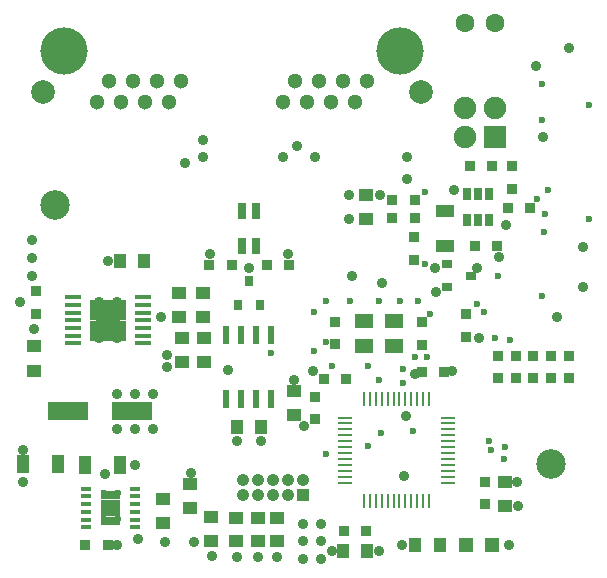
<source format=gbs>
G04 #@! TF.FileFunction,Soldermask,Bot*
%FSLAX46Y46*%
G04 Gerber Fmt 4.6, Leading zero omitted, Abs format (unit mm)*
G04 Created by KiCad (PCBNEW 4.0.7-e0-6372~58~ubuntu16.10.1) date Thu Nov  8 17:11:35 2018*
%MOMM*%
%LPD*%
G01*
G04 APERTURE LIST*
%ADD10C,0.150000*%
%ADD11C,1.300000*%
%ADD12C,4.000000*%
%ADD13C,2.000000*%
%ADD14R,3.500000X1.600000*%
%ADD15R,1.250000X1.000000*%
%ADD16R,1.050000X1.050000*%
%ADD17C,1.050000*%
%ADD18R,0.250000X1.300000*%
%ADD19R,1.300000X0.250000*%
%ADD20R,0.800000X0.900000*%
%ADD21R,1.000000X1.300000*%
%ADD22R,0.900000X0.900000*%
%ADD23R,0.600000X1.550000*%
%ADD24R,1.300000X1.000000*%
%ADD25R,0.890000X0.420000*%
%ADD26R,0.825000X0.712500*%
%ADD27R,0.800000X1.400000*%
%ADD28R,1.600000X1.300000*%
%ADD29R,1.000000X1.250000*%
%ADD30R,1.000000X1.600000*%
%ADD31R,1.200000X1.200000*%
%ADD32R,0.650000X1.060000*%
%ADD33C,2.500000*%
%ADD34R,1.900000X1.900000*%
%ADD35C,1.900000*%
%ADD36C,1.600000*%
%ADD37R,0.900000X0.800000*%
%ADD38R,1.600000X1.000000*%
%ADD39R,1.500000X1.800000*%
%ADD40R,1.450000X0.450000*%
%ADD41C,0.600000*%
%ADD42C,0.889000*%
G04 APERTURE END LIST*
D10*
D11*
X14675000Y-8540000D03*
X8585000Y-8540000D03*
X12645000Y-8540000D03*
X10615000Y-8540000D03*
X13655000Y-10320000D03*
X11625000Y-10320000D03*
X9595000Y-10320000D03*
X7565000Y-10320000D03*
D12*
X33225000Y-6000000D03*
D13*
X3000000Y-9430000D03*
D11*
X23315000Y-10320000D03*
X25345000Y-10320000D03*
X27375000Y-10320000D03*
X29405000Y-10320000D03*
X26365000Y-8540000D03*
X28395000Y-8540000D03*
X24335000Y-8540000D03*
X30425000Y-8540000D03*
D12*
X4775000Y-6000000D03*
D13*
X35000000Y-9430000D03*
D14*
X5112689Y-36484010D03*
X10512689Y-36484010D03*
D15*
X16500000Y-28500000D03*
X16500000Y-26500000D03*
X13162689Y-43934010D03*
X13162689Y-45934010D03*
D16*
X25000000Y-43600000D03*
D17*
X23730000Y-43600000D03*
X22460000Y-43600000D03*
X21190000Y-43600000D03*
X19920000Y-43600000D03*
X23730000Y-42330000D03*
X22460000Y-42330000D03*
X21190000Y-42330000D03*
X19920000Y-42330000D03*
X25000000Y-42330000D03*
D18*
X30153748Y-35428821D03*
X30653748Y-35428821D03*
X31153748Y-35428821D03*
X31653748Y-35428821D03*
X32153748Y-35428821D03*
X32653748Y-35428821D03*
X33153748Y-35428821D03*
X33653748Y-35428821D03*
X34153748Y-35428821D03*
X34653748Y-35428821D03*
X35153748Y-35428821D03*
X35653748Y-35428821D03*
D19*
X37253748Y-37028821D03*
X37253748Y-37528821D03*
X37253748Y-38028821D03*
X37253748Y-38528821D03*
X37253748Y-39028821D03*
X37253748Y-39528821D03*
X37253748Y-40028821D03*
X37253748Y-40528821D03*
X37253748Y-41028821D03*
X37253748Y-41528821D03*
X37253748Y-42028821D03*
X37253748Y-42528821D03*
D18*
X35653748Y-44128821D03*
X35153748Y-44128821D03*
X34653748Y-44128821D03*
X34153748Y-44128821D03*
X33653748Y-44128821D03*
X33153748Y-44128821D03*
X32653748Y-44128821D03*
X32153748Y-44128821D03*
X31653748Y-44128821D03*
X31153748Y-44128821D03*
X30653748Y-44128821D03*
X30153748Y-44128821D03*
D19*
X28553748Y-42528821D03*
X28553748Y-42028821D03*
X28553748Y-41528821D03*
X28553748Y-41028821D03*
X28553748Y-40528821D03*
X28553748Y-40028821D03*
X28553748Y-39528821D03*
X28553748Y-39028821D03*
X28553748Y-38528821D03*
X28553748Y-38028821D03*
X28553748Y-37528821D03*
X28553748Y-37028821D03*
D15*
X22750000Y-45500000D03*
X22750000Y-47500000D03*
D20*
X21351421Y-27467208D03*
X19451421Y-27467208D03*
X20401421Y-25467208D03*
D21*
X11550000Y-23750000D03*
X9450000Y-23750000D03*
D22*
X2400000Y-28250000D03*
X2400000Y-26350000D03*
D23*
X22296422Y-35477207D03*
X21026422Y-35477207D03*
X19756422Y-35477207D03*
X18486422Y-35477207D03*
X18486422Y-30077207D03*
X19756422Y-30077207D03*
X21026422Y-30077207D03*
X22296422Y-30077207D03*
D24*
X16600000Y-30250000D03*
X16600000Y-32350000D03*
X14700000Y-32350000D03*
X14700000Y-30250000D03*
X14500000Y-28550000D03*
X14500000Y-26450000D03*
D25*
X6582689Y-46309010D03*
X6582689Y-45659010D03*
X6582689Y-45009010D03*
X6582689Y-44359010D03*
X6582689Y-43709010D03*
X6582689Y-43059010D03*
X10792689Y-43059010D03*
X10792689Y-43709010D03*
X10792689Y-44359010D03*
X10792689Y-45009010D03*
X10792689Y-45659010D03*
X10792689Y-46309010D03*
D26*
X9100189Y-43615260D03*
X9100189Y-44327760D03*
X9100189Y-45040260D03*
X9100189Y-45752760D03*
X8275189Y-43615260D03*
X8275189Y-44327760D03*
X8275189Y-45040260D03*
X8275189Y-45752760D03*
D27*
X20991420Y-22527207D03*
X19791420Y-19527207D03*
X19791420Y-22527207D03*
X20991420Y-19527207D03*
D28*
X32653748Y-30928821D03*
X30153748Y-30928821D03*
X30153748Y-28828821D03*
X32653748Y-28828821D03*
D29*
X28400000Y-48300000D03*
X30400000Y-48300000D03*
D15*
X17212689Y-47484010D03*
X17212689Y-45484010D03*
X15412689Y-42684010D03*
X15412689Y-44684010D03*
D30*
X6512689Y-41034010D03*
X9512689Y-41034010D03*
X4250000Y-41000000D03*
X1250000Y-41000000D03*
D15*
X24200000Y-34800000D03*
X24200000Y-36800000D03*
X42100000Y-44500000D03*
X42100000Y-42500000D03*
X21200000Y-45500000D03*
X21200000Y-47500000D03*
D29*
X19400000Y-37850000D03*
X21400000Y-37850000D03*
D15*
X19350000Y-45500000D03*
X19350000Y-47500000D03*
X30350000Y-20200000D03*
X30350000Y-18200000D03*
D31*
X38800000Y-47800000D03*
X41000000Y-47800000D03*
D21*
X36550000Y-47800000D03*
X34450000Y-47800000D03*
D32*
X40750000Y-20300000D03*
X39800000Y-20300000D03*
X38850000Y-20300000D03*
X38850000Y-18100000D03*
X40750000Y-18100000D03*
X39800000Y-18100000D03*
D33*
X4000000Y-19000000D03*
X46000000Y-41000000D03*
D22*
X41450000Y-22500000D03*
X39550000Y-22500000D03*
X42300000Y-19300000D03*
X44200000Y-19300000D03*
X42650000Y-15750000D03*
X42650000Y-17650000D03*
X41000000Y-15750000D03*
X39100000Y-15750000D03*
D34*
X41200000Y-13300000D03*
D35*
X38700000Y-13300000D03*
X41200000Y-10800000D03*
X38700000Y-10800000D03*
D36*
X41200000Y-3620000D03*
X38700000Y-3620000D03*
D37*
X37200000Y-25950000D03*
X37200000Y-24050000D03*
X39200000Y-25000000D03*
D22*
X32550000Y-20100000D03*
X34450000Y-20100000D03*
X34430000Y-18620000D03*
X32530000Y-18620000D03*
X34400000Y-23650000D03*
X34400000Y-21750000D03*
X38750000Y-30200000D03*
X38750000Y-28300000D03*
X35100000Y-28950000D03*
X35100000Y-30850000D03*
X27703747Y-30828822D03*
X27703747Y-28928822D03*
X28450000Y-46600000D03*
X30350000Y-46600000D03*
X26000000Y-35250000D03*
X26000000Y-37150000D03*
X35028748Y-33128823D03*
X36928748Y-33128823D03*
X40400000Y-44350000D03*
X40400000Y-42450000D03*
X28628747Y-33753820D03*
X26728747Y-33753820D03*
X21916421Y-24077207D03*
X23816421Y-24077207D03*
X18966421Y-24077207D03*
X17066421Y-24077207D03*
X6562689Y-47784009D03*
X8462689Y-47784009D03*
X44500000Y-33700000D03*
X44500000Y-31800000D03*
X46000000Y-33700000D03*
X46000000Y-31800000D03*
X41500000Y-33700000D03*
X41500000Y-31800000D03*
X43000000Y-33700000D03*
X43000000Y-31800000D03*
X47500000Y-33700000D03*
X47500000Y-31800000D03*
D38*
X37000000Y-22500000D03*
X37000000Y-19500000D03*
D24*
X2250000Y-33050000D03*
X2250000Y-30950000D03*
D39*
X9250000Y-29700000D03*
X7750000Y-29700000D03*
X7750000Y-27900000D03*
D40*
X11450000Y-26850000D03*
X11450000Y-27500000D03*
X11450000Y-28150000D03*
X11450000Y-28800000D03*
X11450000Y-29450000D03*
X11450000Y-30100000D03*
X11450000Y-30750000D03*
X5550000Y-30750000D03*
X5550000Y-30100000D03*
X5550000Y-29450000D03*
X5550000Y-28800000D03*
X5550000Y-28150000D03*
X5550000Y-27500000D03*
X5550000Y-26850000D03*
D39*
X9250000Y-27900000D03*
D41*
X34300000Y-38200000D03*
D42*
X2000000Y-25000000D03*
X2000000Y-23500000D03*
X15500000Y-41750000D03*
X2250000Y-29500000D03*
X1000000Y-27250000D03*
X2000000Y-22000000D03*
X12950000Y-28550000D03*
X17091421Y-23177209D03*
X16500000Y-15000000D03*
D41*
X45250000Y-8750000D03*
D42*
X44750000Y-7250000D03*
D41*
X49200000Y-20200000D03*
X49200000Y-10600000D03*
X45200000Y-11800000D03*
D42*
X45300000Y-13300000D03*
X41600000Y-23400000D03*
X37800000Y-17800000D03*
X31500000Y-18200000D03*
X48700000Y-25950000D03*
X48700000Y-22600000D03*
X21400000Y-39000000D03*
X16500000Y-13500000D03*
X33500000Y-42000000D03*
X1250000Y-42500000D03*
X1250000Y-39750000D03*
X17250000Y-48750000D03*
X19400000Y-48800000D03*
X21200000Y-48800000D03*
X22800000Y-48800000D03*
X18600000Y-33000000D03*
X42400000Y-47800000D03*
X15000000Y-15500000D03*
X28850000Y-18200000D03*
X29150000Y-25000000D03*
X31700000Y-25600000D03*
X42200000Y-20750000D03*
D41*
X35700000Y-28300000D03*
D42*
X33700000Y-36900000D03*
X31400000Y-48300000D03*
X25075000Y-37700000D03*
X36250000Y-26400000D03*
X43100000Y-42500000D03*
X37580000Y-33120000D03*
X33830000Y-14930000D03*
D41*
X25953745Y-28128822D03*
X26953746Y-27128821D03*
D42*
X15762689Y-47534010D03*
X13262689Y-47534010D03*
X11012690Y-47284010D03*
X9262689Y-47784010D03*
X10762689Y-41034010D03*
X8262689Y-41784010D03*
X12262689Y-35034010D03*
X10762689Y-35034010D03*
X9262690Y-35034009D03*
X12262689Y-38034009D03*
X10762689Y-38034009D03*
X9262690Y-38034010D03*
D41*
X9312690Y-43384010D03*
X8112690Y-43384010D03*
X8112689Y-45584009D03*
X9312690Y-45584010D03*
D42*
X8712689Y-44584010D03*
D41*
X26953746Y-30628823D03*
D42*
X25853747Y-33078823D03*
D41*
X33453747Y-34128820D03*
X33453746Y-32878821D03*
X34453748Y-31878821D03*
X35453747Y-31878821D03*
X34703747Y-27128820D03*
X33203747Y-27128822D03*
X31453747Y-27128822D03*
X28953747Y-27128820D03*
X25953745Y-31378819D03*
X27453747Y-32628823D03*
X30453745Y-32628822D03*
X31453746Y-33878822D03*
D42*
X23691421Y-23177207D03*
X20391422Y-24377207D03*
D41*
X45750000Y-17750000D03*
X45400000Y-21350000D03*
X45500000Y-19750000D03*
X31600000Y-38300000D03*
X30475000Y-39400000D03*
X22275000Y-31575000D03*
D42*
X47500000Y-5750000D03*
X46500000Y-28500000D03*
X19400000Y-39000000D03*
X33400000Y-47800000D03*
X26500000Y-49000000D03*
X25000000Y-46000000D03*
X26500000Y-46000000D03*
X26500000Y-47500000D03*
X25000000Y-47500000D03*
X25000000Y-49000000D03*
X28850000Y-20200000D03*
X27400000Y-48300000D03*
X24250000Y-33875000D03*
X36200000Y-24400000D03*
X39900000Y-30300000D03*
X43200000Y-44500000D03*
X34430000Y-33340000D03*
X33820000Y-16800000D03*
X13500000Y-31750000D03*
X13500000Y-32750000D03*
X8500000Y-23750000D03*
X7750000Y-30250000D03*
D13*
X8500000Y-28750000D03*
D42*
X9250000Y-30250000D03*
X9250000Y-27250000D03*
X7750000Y-27250000D03*
D41*
X26900000Y-40100000D03*
X44800000Y-18500000D03*
D42*
X39700000Y-24400000D03*
D41*
X39700000Y-27400000D03*
X40750000Y-39000000D03*
X40900000Y-39800000D03*
X35350000Y-17950000D03*
X35300000Y-24000000D03*
X42100000Y-39500000D03*
X42000000Y-40500000D03*
X40350000Y-28100000D03*
X41500000Y-25000000D03*
X41250000Y-30250000D03*
X42500000Y-30500000D03*
X45250000Y-26750000D03*
D42*
X26000000Y-15000000D03*
X24500000Y-14000000D03*
X23250000Y-15000000D03*
M02*

</source>
